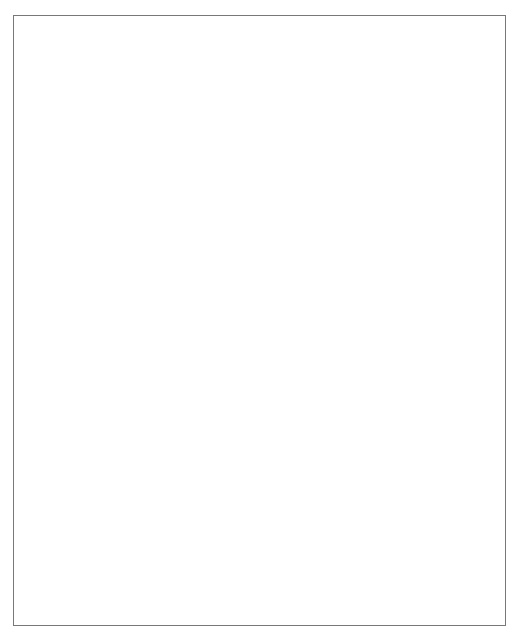
<source format=gbr>
G04 #@! TF.FileFunction,Profile,NP*
%FSLAX46Y46*%
G04 Gerber Fmt 4.6, Leading zero omitted, Abs format (unit mm)*
G04 Created by KiCad (PCBNEW 4.0.4+e1-6308~48~ubuntu14.04.1-stable) date Sat Oct 22 17:56:07 2016*
%MOMM*%
%LPD*%
G01*
G04 APERTURE LIST*
%ADD10C,0.100000*%
G04 APERTURE END LIST*
D10*
X180340000Y-40309800D02*
X138709400Y-40309800D01*
X180340000Y-91948000D02*
X180340000Y-40309800D01*
X138734800Y-91948000D02*
X180365400Y-91948000D01*
X138709400Y-40309800D02*
X138709400Y-91948000D01*
M02*

</source>
